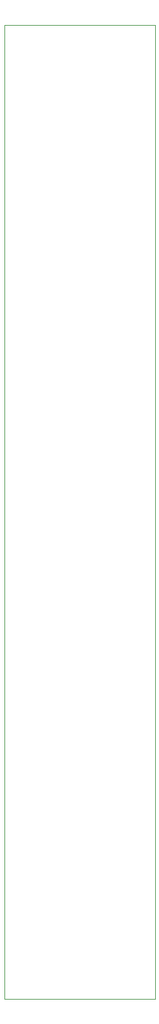
<source format=gbr>
%TF.GenerationSoftware,KiCad,Pcbnew,6.0.11+dfsg-1~bpo11+1*%
%TF.CreationDate,2023-10-10T15:32:55+08:00*%
%TF.ProjectId,MiniAttenuMix - v0.1 - Front,4d696e69-4174-4746-956e-754d6978202d,v0.1*%
%TF.SameCoordinates,Original*%
%TF.FileFunction,Profile,NP*%
%FSLAX46Y46*%
G04 Gerber Fmt 4.6, Leading zero omitted, Abs format (unit mm)*
G04 Created by KiCad (PCBNEW 6.0.11+dfsg-1~bpo11+1) date 2023-10-10 15:32:55*
%MOMM*%
%LPD*%
G01*
G04 APERTURE LIST*
%TA.AperFunction,Profile*%
%ADD10C,0.100000*%
%TD*%
G04 APERTURE END LIST*
D10*
X110000000Y-158500000D02*
X110000000Y-30000000D01*
X130000000Y-158500000D02*
X110000000Y-158500000D01*
X110000000Y-30000000D02*
X130000000Y-30000000D01*
X130000000Y-30000000D02*
X130000000Y-158500000D01*
M02*

</source>
